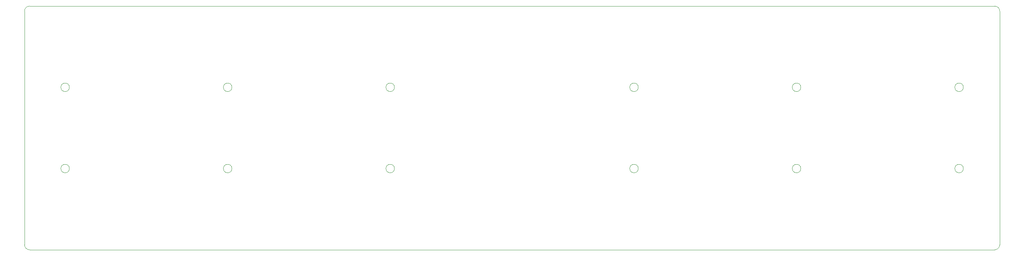
<source format=gbr>
%TF.GenerationSoftware,KiCad,Pcbnew,(5.1.9)-1*%
%TF.CreationDate,2021-06-01T11:31:06-07:00*%
%TF.ProjectId,ogurec,6f677572-6563-42e6-9b69-6361645f7063,rev?*%
%TF.SameCoordinates,Original*%
%TF.FileFunction,Profile,NP*%
%FSLAX46Y46*%
G04 Gerber Fmt 4.6, Leading zero omitted, Abs format (unit mm)*
G04 Created by KiCad (PCBNEW (5.1.9)-1) date 2021-06-01 11:31:06*
%MOMM*%
%LPD*%
G01*
G04 APERTURE LIST*
%TA.AperFunction,Profile*%
%ADD10C,0.050000*%
%TD*%
G04 APERTURE END LIST*
D10*
X222456436Y-78581316D02*
G75*
G03*
X222456436Y-78581316I-1000000J0D01*
G01*
X222456436Y-59531300D02*
G75*
G03*
X222456436Y-59531300I-1000000J0D01*
G01*
X184356404Y-78581316D02*
G75*
G03*
X184356404Y-78581316I-1000000J0D01*
G01*
X184356404Y-59531300D02*
G75*
G03*
X184356404Y-59531300I-1000000J0D01*
G01*
X127206356Y-59531300D02*
G75*
G03*
X127206356Y-59531300I-1000000J0D01*
G01*
X127206356Y-78581316D02*
G75*
G03*
X127206356Y-78581316I-1000000J0D01*
G01*
X89106324Y-78581316D02*
G75*
G03*
X89106324Y-78581316I-1000000J0D01*
G01*
X89106324Y-59531300D02*
G75*
G03*
X89106324Y-59531300I-1000000J0D01*
G01*
X51006292Y-78581316D02*
G75*
G03*
X51006292Y-78581316I-1000000J0D01*
G01*
X51006292Y-59531300D02*
G75*
G03*
X51006292Y-59531300I-1000000J0D01*
G01*
X260556468Y-78581316D02*
G75*
G03*
X260556468Y-78581316I-1000000J0D01*
G01*
X260556468Y-59531300D02*
G75*
G03*
X260556468Y-59531300I-1000000J0D01*
G01*
X40481284Y-41671910D02*
G75*
G02*
X41671910Y-40481284I1190626J0D01*
G01*
X41671910Y-97631332D02*
G75*
G02*
X40481284Y-96440706I0J1190626D01*
G01*
X269081476Y-96440706D02*
G75*
G02*
X267890850Y-97631332I-1190626J0D01*
G01*
X267890850Y-40481284D02*
G75*
G02*
X269081476Y-41671910I0J-1190626D01*
G01*
X41671910Y-40481284D02*
X267890850Y-40481284D01*
X40481284Y-96440706D02*
X40481284Y-41671910D01*
X267890850Y-97631332D02*
X41671910Y-97631332D01*
X269081476Y-41671910D02*
X269081476Y-96440706D01*
M02*

</source>
